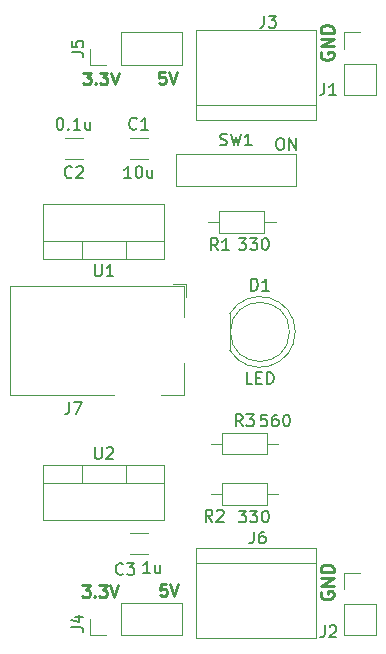
<source format=gto>
%TF.GenerationSoftware,KiCad,Pcbnew,9.0.1-9.0.1-0~ubuntu24.04.1*%
%TF.CreationDate,2025-04-24T02:26:26+05:30*%
%TF.ProjectId,Bread-Board-Power-Supply,42726561-642d-4426-9f61-72642d506f77,rev?*%
%TF.SameCoordinates,Original*%
%TF.FileFunction,Legend,Top*%
%TF.FilePolarity,Positive*%
%FSLAX46Y46*%
G04 Gerber Fmt 4.6, Leading zero omitted, Abs format (unit mm)*
G04 Created by KiCad (PCBNEW 9.0.1-9.0.1-0~ubuntu24.04.1) date 2025-04-24 02:26:26*
%MOMM*%
%LPD*%
G01*
G04 APERTURE LIST*
%ADD10C,0.200000*%
%ADD11C,0.275000*%
%ADD12C,0.250000*%
%ADD13C,0.150000*%
%ADD14C,0.120000*%
G04 APERTURE END LIST*
D10*
X77150149Y-78577219D02*
X77340625Y-78577219D01*
X77340625Y-78577219D02*
X77435863Y-78624838D01*
X77435863Y-78624838D02*
X77531101Y-78720076D01*
X77531101Y-78720076D02*
X77578720Y-78910552D01*
X77578720Y-78910552D02*
X77578720Y-79243885D01*
X77578720Y-79243885D02*
X77531101Y-79434361D01*
X77531101Y-79434361D02*
X77435863Y-79529600D01*
X77435863Y-79529600D02*
X77340625Y-79577219D01*
X77340625Y-79577219D02*
X77150149Y-79577219D01*
X77150149Y-79577219D02*
X77054911Y-79529600D01*
X77054911Y-79529600D02*
X76959673Y-79434361D01*
X76959673Y-79434361D02*
X76912054Y-79243885D01*
X76912054Y-79243885D02*
X76912054Y-78910552D01*
X76912054Y-78910552D02*
X76959673Y-78720076D01*
X76959673Y-78720076D02*
X77054911Y-78624838D01*
X77054911Y-78624838D02*
X77150149Y-78577219D01*
X78007292Y-79577219D02*
X78007292Y-78577219D01*
X78007292Y-78577219D02*
X78578720Y-79577219D01*
X78578720Y-79577219D02*
X78578720Y-78577219D01*
D11*
X80703461Y-117000983D02*
X80651080Y-117105745D01*
X80651080Y-117105745D02*
X80651080Y-117262888D01*
X80651080Y-117262888D02*
X80703461Y-117420031D01*
X80703461Y-117420031D02*
X80808223Y-117524793D01*
X80808223Y-117524793D02*
X80912985Y-117577174D01*
X80912985Y-117577174D02*
X81122509Y-117629555D01*
X81122509Y-117629555D02*
X81279652Y-117629555D01*
X81279652Y-117629555D02*
X81489176Y-117577174D01*
X81489176Y-117577174D02*
X81593938Y-117524793D01*
X81593938Y-117524793D02*
X81698700Y-117420031D01*
X81698700Y-117420031D02*
X81751080Y-117262888D01*
X81751080Y-117262888D02*
X81751080Y-117158126D01*
X81751080Y-117158126D02*
X81698700Y-117000983D01*
X81698700Y-117000983D02*
X81646319Y-116948602D01*
X81646319Y-116948602D02*
X81279652Y-116948602D01*
X81279652Y-116948602D02*
X81279652Y-117158126D01*
X81751080Y-116477174D02*
X80651080Y-116477174D01*
X80651080Y-116477174D02*
X81751080Y-115848602D01*
X81751080Y-115848602D02*
X80651080Y-115848602D01*
X81751080Y-115324793D02*
X80651080Y-115324793D01*
X80651080Y-115324793D02*
X80651080Y-115062888D01*
X80651080Y-115062888D02*
X80703461Y-114905745D01*
X80703461Y-114905745D02*
X80808223Y-114800983D01*
X80808223Y-114800983D02*
X80912985Y-114748602D01*
X80912985Y-114748602D02*
X81122509Y-114696221D01*
X81122509Y-114696221D02*
X81279652Y-114696221D01*
X81279652Y-114696221D02*
X81489176Y-114748602D01*
X81489176Y-114748602D02*
X81593938Y-114800983D01*
X81593938Y-114800983D02*
X81698700Y-114905745D01*
X81698700Y-114905745D02*
X81751080Y-115062888D01*
X81751080Y-115062888D02*
X81751080Y-115324793D01*
X80703461Y-71330983D02*
X80651080Y-71435745D01*
X80651080Y-71435745D02*
X80651080Y-71592888D01*
X80651080Y-71592888D02*
X80703461Y-71750031D01*
X80703461Y-71750031D02*
X80808223Y-71854793D01*
X80808223Y-71854793D02*
X80912985Y-71907174D01*
X80912985Y-71907174D02*
X81122509Y-71959555D01*
X81122509Y-71959555D02*
X81279652Y-71959555D01*
X81279652Y-71959555D02*
X81489176Y-71907174D01*
X81489176Y-71907174D02*
X81593938Y-71854793D01*
X81593938Y-71854793D02*
X81698700Y-71750031D01*
X81698700Y-71750031D02*
X81751080Y-71592888D01*
X81751080Y-71592888D02*
X81751080Y-71488126D01*
X81751080Y-71488126D02*
X81698700Y-71330983D01*
X81698700Y-71330983D02*
X81646319Y-71278602D01*
X81646319Y-71278602D02*
X81279652Y-71278602D01*
X81279652Y-71278602D02*
X81279652Y-71488126D01*
X81751080Y-70807174D02*
X80651080Y-70807174D01*
X80651080Y-70807174D02*
X81751080Y-70178602D01*
X81751080Y-70178602D02*
X80651080Y-70178602D01*
X81751080Y-69654793D02*
X80651080Y-69654793D01*
X80651080Y-69654793D02*
X80651080Y-69392888D01*
X80651080Y-69392888D02*
X80703461Y-69235745D01*
X80703461Y-69235745D02*
X80808223Y-69130983D01*
X80808223Y-69130983D02*
X80912985Y-69078602D01*
X80912985Y-69078602D02*
X81122509Y-69026221D01*
X81122509Y-69026221D02*
X81279652Y-69026221D01*
X81279652Y-69026221D02*
X81489176Y-69078602D01*
X81489176Y-69078602D02*
X81593938Y-69130983D01*
X81593938Y-69130983D02*
X81698700Y-69235745D01*
X81698700Y-69235745D02*
X81751080Y-69392888D01*
X81751080Y-69392888D02*
X81751080Y-69654793D01*
D12*
X67488758Y-72984619D02*
X67012568Y-72984619D01*
X67012568Y-72984619D02*
X66964949Y-73460809D01*
X66964949Y-73460809D02*
X67012568Y-73413190D01*
X67012568Y-73413190D02*
X67107806Y-73365571D01*
X67107806Y-73365571D02*
X67345901Y-73365571D01*
X67345901Y-73365571D02*
X67441139Y-73413190D01*
X67441139Y-73413190D02*
X67488758Y-73460809D01*
X67488758Y-73460809D02*
X67536377Y-73556047D01*
X67536377Y-73556047D02*
X67536377Y-73794142D01*
X67536377Y-73794142D02*
X67488758Y-73889380D01*
X67488758Y-73889380D02*
X67441139Y-73937000D01*
X67441139Y-73937000D02*
X67345901Y-73984619D01*
X67345901Y-73984619D02*
X67107806Y-73984619D01*
X67107806Y-73984619D02*
X67012568Y-73937000D01*
X67012568Y-73937000D02*
X66964949Y-73889380D01*
X67822092Y-72984619D02*
X68155425Y-73984619D01*
X68155425Y-73984619D02*
X68488758Y-72984619D01*
X67588758Y-116354619D02*
X67112568Y-116354619D01*
X67112568Y-116354619D02*
X67064949Y-116830809D01*
X67064949Y-116830809D02*
X67112568Y-116783190D01*
X67112568Y-116783190D02*
X67207806Y-116735571D01*
X67207806Y-116735571D02*
X67445901Y-116735571D01*
X67445901Y-116735571D02*
X67541139Y-116783190D01*
X67541139Y-116783190D02*
X67588758Y-116830809D01*
X67588758Y-116830809D02*
X67636377Y-116926047D01*
X67636377Y-116926047D02*
X67636377Y-117164142D01*
X67636377Y-117164142D02*
X67588758Y-117259380D01*
X67588758Y-117259380D02*
X67541139Y-117307000D01*
X67541139Y-117307000D02*
X67445901Y-117354619D01*
X67445901Y-117354619D02*
X67207806Y-117354619D01*
X67207806Y-117354619D02*
X67112568Y-117307000D01*
X67112568Y-117307000D02*
X67064949Y-117259380D01*
X67922092Y-116354619D02*
X68255425Y-117354619D01*
X68255425Y-117354619D02*
X68588758Y-116354619D01*
X60487330Y-116454619D02*
X61106377Y-116454619D01*
X61106377Y-116454619D02*
X60773044Y-116835571D01*
X60773044Y-116835571D02*
X60915901Y-116835571D01*
X60915901Y-116835571D02*
X61011139Y-116883190D01*
X61011139Y-116883190D02*
X61058758Y-116930809D01*
X61058758Y-116930809D02*
X61106377Y-117026047D01*
X61106377Y-117026047D02*
X61106377Y-117264142D01*
X61106377Y-117264142D02*
X61058758Y-117359380D01*
X61058758Y-117359380D02*
X61011139Y-117407000D01*
X61011139Y-117407000D02*
X60915901Y-117454619D01*
X60915901Y-117454619D02*
X60630187Y-117454619D01*
X60630187Y-117454619D02*
X60534949Y-117407000D01*
X60534949Y-117407000D02*
X60487330Y-117359380D01*
X61534949Y-117359380D02*
X61582568Y-117407000D01*
X61582568Y-117407000D02*
X61534949Y-117454619D01*
X61534949Y-117454619D02*
X61487330Y-117407000D01*
X61487330Y-117407000D02*
X61534949Y-117359380D01*
X61534949Y-117359380D02*
X61534949Y-117454619D01*
X61915901Y-116454619D02*
X62534948Y-116454619D01*
X62534948Y-116454619D02*
X62201615Y-116835571D01*
X62201615Y-116835571D02*
X62344472Y-116835571D01*
X62344472Y-116835571D02*
X62439710Y-116883190D01*
X62439710Y-116883190D02*
X62487329Y-116930809D01*
X62487329Y-116930809D02*
X62534948Y-117026047D01*
X62534948Y-117026047D02*
X62534948Y-117264142D01*
X62534948Y-117264142D02*
X62487329Y-117359380D01*
X62487329Y-117359380D02*
X62439710Y-117407000D01*
X62439710Y-117407000D02*
X62344472Y-117454619D01*
X62344472Y-117454619D02*
X62058758Y-117454619D01*
X62058758Y-117454619D02*
X61963520Y-117407000D01*
X61963520Y-117407000D02*
X61915901Y-117359380D01*
X62820663Y-116454619D02*
X63153996Y-117454619D01*
X63153996Y-117454619D02*
X63487329Y-116454619D01*
X60557330Y-73034619D02*
X61176377Y-73034619D01*
X61176377Y-73034619D02*
X60843044Y-73415571D01*
X60843044Y-73415571D02*
X60985901Y-73415571D01*
X60985901Y-73415571D02*
X61081139Y-73463190D01*
X61081139Y-73463190D02*
X61128758Y-73510809D01*
X61128758Y-73510809D02*
X61176377Y-73606047D01*
X61176377Y-73606047D02*
X61176377Y-73844142D01*
X61176377Y-73844142D02*
X61128758Y-73939380D01*
X61128758Y-73939380D02*
X61081139Y-73987000D01*
X61081139Y-73987000D02*
X60985901Y-74034619D01*
X60985901Y-74034619D02*
X60700187Y-74034619D01*
X60700187Y-74034619D02*
X60604949Y-73987000D01*
X60604949Y-73987000D02*
X60557330Y-73939380D01*
X61604949Y-73939380D02*
X61652568Y-73987000D01*
X61652568Y-73987000D02*
X61604949Y-74034619D01*
X61604949Y-74034619D02*
X61557330Y-73987000D01*
X61557330Y-73987000D02*
X61604949Y-73939380D01*
X61604949Y-73939380D02*
X61604949Y-74034619D01*
X61985901Y-73034619D02*
X62604948Y-73034619D01*
X62604948Y-73034619D02*
X62271615Y-73415571D01*
X62271615Y-73415571D02*
X62414472Y-73415571D01*
X62414472Y-73415571D02*
X62509710Y-73463190D01*
X62509710Y-73463190D02*
X62557329Y-73510809D01*
X62557329Y-73510809D02*
X62604948Y-73606047D01*
X62604948Y-73606047D02*
X62604948Y-73844142D01*
X62604948Y-73844142D02*
X62557329Y-73939380D01*
X62557329Y-73939380D02*
X62509710Y-73987000D01*
X62509710Y-73987000D02*
X62414472Y-74034619D01*
X62414472Y-74034619D02*
X62128758Y-74034619D01*
X62128758Y-74034619D02*
X62033520Y-73987000D01*
X62033520Y-73987000D02*
X61985901Y-73939380D01*
X62890663Y-73034619D02*
X63223996Y-74034619D01*
X63223996Y-74034619D02*
X63557329Y-73034619D01*
D13*
X59564819Y-71333333D02*
X60279104Y-71333333D01*
X60279104Y-71333333D02*
X60421961Y-71380952D01*
X60421961Y-71380952D02*
X60517200Y-71476190D01*
X60517200Y-71476190D02*
X60564819Y-71619047D01*
X60564819Y-71619047D02*
X60564819Y-71714285D01*
X59564819Y-70380952D02*
X59564819Y-70857142D01*
X59564819Y-70857142D02*
X60041009Y-70904761D01*
X60041009Y-70904761D02*
X59993390Y-70857142D01*
X59993390Y-70857142D02*
X59945771Y-70761904D01*
X59945771Y-70761904D02*
X59945771Y-70523809D01*
X59945771Y-70523809D02*
X59993390Y-70428571D01*
X59993390Y-70428571D02*
X60041009Y-70380952D01*
X60041009Y-70380952D02*
X60136247Y-70333333D01*
X60136247Y-70333333D02*
X60374342Y-70333333D01*
X60374342Y-70333333D02*
X60469580Y-70380952D01*
X60469580Y-70380952D02*
X60517200Y-70428571D01*
X60517200Y-70428571D02*
X60564819Y-70523809D01*
X60564819Y-70523809D02*
X60564819Y-70761904D01*
X60564819Y-70761904D02*
X60517200Y-70857142D01*
X60517200Y-70857142D02*
X60469580Y-70904761D01*
X71953333Y-88074819D02*
X71620000Y-87598628D01*
X71381905Y-88074819D02*
X71381905Y-87074819D01*
X71381905Y-87074819D02*
X71762857Y-87074819D01*
X71762857Y-87074819D02*
X71858095Y-87122438D01*
X71858095Y-87122438D02*
X71905714Y-87170057D01*
X71905714Y-87170057D02*
X71953333Y-87265295D01*
X71953333Y-87265295D02*
X71953333Y-87408152D01*
X71953333Y-87408152D02*
X71905714Y-87503390D01*
X71905714Y-87503390D02*
X71858095Y-87551009D01*
X71858095Y-87551009D02*
X71762857Y-87598628D01*
X71762857Y-87598628D02*
X71381905Y-87598628D01*
X72905714Y-88074819D02*
X72334286Y-88074819D01*
X72620000Y-88074819D02*
X72620000Y-87074819D01*
X72620000Y-87074819D02*
X72524762Y-87217676D01*
X72524762Y-87217676D02*
X72429524Y-87312914D01*
X72429524Y-87312914D02*
X72334286Y-87360533D01*
X73724286Y-87054819D02*
X74343333Y-87054819D01*
X74343333Y-87054819D02*
X74010000Y-87435771D01*
X74010000Y-87435771D02*
X74152857Y-87435771D01*
X74152857Y-87435771D02*
X74248095Y-87483390D01*
X74248095Y-87483390D02*
X74295714Y-87531009D01*
X74295714Y-87531009D02*
X74343333Y-87626247D01*
X74343333Y-87626247D02*
X74343333Y-87864342D01*
X74343333Y-87864342D02*
X74295714Y-87959580D01*
X74295714Y-87959580D02*
X74248095Y-88007200D01*
X74248095Y-88007200D02*
X74152857Y-88054819D01*
X74152857Y-88054819D02*
X73867143Y-88054819D01*
X73867143Y-88054819D02*
X73771905Y-88007200D01*
X73771905Y-88007200D02*
X73724286Y-87959580D01*
X74676667Y-87054819D02*
X75295714Y-87054819D01*
X75295714Y-87054819D02*
X74962381Y-87435771D01*
X74962381Y-87435771D02*
X75105238Y-87435771D01*
X75105238Y-87435771D02*
X75200476Y-87483390D01*
X75200476Y-87483390D02*
X75248095Y-87531009D01*
X75248095Y-87531009D02*
X75295714Y-87626247D01*
X75295714Y-87626247D02*
X75295714Y-87864342D01*
X75295714Y-87864342D02*
X75248095Y-87959580D01*
X75248095Y-87959580D02*
X75200476Y-88007200D01*
X75200476Y-88007200D02*
X75105238Y-88054819D01*
X75105238Y-88054819D02*
X74819524Y-88054819D01*
X74819524Y-88054819D02*
X74724286Y-88007200D01*
X74724286Y-88007200D02*
X74676667Y-87959580D01*
X75914762Y-87054819D02*
X76010000Y-87054819D01*
X76010000Y-87054819D02*
X76105238Y-87102438D01*
X76105238Y-87102438D02*
X76152857Y-87150057D01*
X76152857Y-87150057D02*
X76200476Y-87245295D01*
X76200476Y-87245295D02*
X76248095Y-87435771D01*
X76248095Y-87435771D02*
X76248095Y-87673866D01*
X76248095Y-87673866D02*
X76200476Y-87864342D01*
X76200476Y-87864342D02*
X76152857Y-87959580D01*
X76152857Y-87959580D02*
X76105238Y-88007200D01*
X76105238Y-88007200D02*
X76010000Y-88054819D01*
X76010000Y-88054819D02*
X75914762Y-88054819D01*
X75914762Y-88054819D02*
X75819524Y-88007200D01*
X75819524Y-88007200D02*
X75771905Y-87959580D01*
X75771905Y-87959580D02*
X75724286Y-87864342D01*
X75724286Y-87864342D02*
X75676667Y-87673866D01*
X75676667Y-87673866D02*
X75676667Y-87435771D01*
X75676667Y-87435771D02*
X75724286Y-87245295D01*
X75724286Y-87245295D02*
X75771905Y-87150057D01*
X75771905Y-87150057D02*
X75819524Y-87102438D01*
X75819524Y-87102438D02*
X75914762Y-87054819D01*
X74996666Y-111894819D02*
X74996666Y-112609104D01*
X74996666Y-112609104D02*
X74949047Y-112751961D01*
X74949047Y-112751961D02*
X74853809Y-112847200D01*
X74853809Y-112847200D02*
X74710952Y-112894819D01*
X74710952Y-112894819D02*
X74615714Y-112894819D01*
X75901428Y-111894819D02*
X75710952Y-111894819D01*
X75710952Y-111894819D02*
X75615714Y-111942438D01*
X75615714Y-111942438D02*
X75568095Y-111990057D01*
X75568095Y-111990057D02*
X75472857Y-112132914D01*
X75472857Y-112132914D02*
X75425238Y-112323390D01*
X75425238Y-112323390D02*
X75425238Y-112704342D01*
X75425238Y-112704342D02*
X75472857Y-112799580D01*
X75472857Y-112799580D02*
X75520476Y-112847200D01*
X75520476Y-112847200D02*
X75615714Y-112894819D01*
X75615714Y-112894819D02*
X75806190Y-112894819D01*
X75806190Y-112894819D02*
X75901428Y-112847200D01*
X75901428Y-112847200D02*
X75949047Y-112799580D01*
X75949047Y-112799580D02*
X75996666Y-112704342D01*
X75996666Y-112704342D02*
X75996666Y-112466247D01*
X75996666Y-112466247D02*
X75949047Y-112371009D01*
X75949047Y-112371009D02*
X75901428Y-112323390D01*
X75901428Y-112323390D02*
X75806190Y-112275771D01*
X75806190Y-112275771D02*
X75615714Y-112275771D01*
X75615714Y-112275771D02*
X75520476Y-112323390D01*
X75520476Y-112323390D02*
X75472857Y-112371009D01*
X75472857Y-112371009D02*
X75425238Y-112466247D01*
X75866666Y-68224819D02*
X75866666Y-68939104D01*
X75866666Y-68939104D02*
X75819047Y-69081961D01*
X75819047Y-69081961D02*
X75723809Y-69177200D01*
X75723809Y-69177200D02*
X75580952Y-69224819D01*
X75580952Y-69224819D02*
X75485714Y-69224819D01*
X76247619Y-68224819D02*
X76866666Y-68224819D01*
X76866666Y-68224819D02*
X76533333Y-68605771D01*
X76533333Y-68605771D02*
X76676190Y-68605771D01*
X76676190Y-68605771D02*
X76771428Y-68653390D01*
X76771428Y-68653390D02*
X76819047Y-68701009D01*
X76819047Y-68701009D02*
X76866666Y-68796247D01*
X76866666Y-68796247D02*
X76866666Y-69034342D01*
X76866666Y-69034342D02*
X76819047Y-69129580D01*
X76819047Y-69129580D02*
X76771428Y-69177200D01*
X76771428Y-69177200D02*
X76676190Y-69224819D01*
X76676190Y-69224819D02*
X76390476Y-69224819D01*
X76390476Y-69224819D02*
X76295238Y-69177200D01*
X76295238Y-69177200D02*
X76247619Y-69129580D01*
X59554819Y-120013333D02*
X60269104Y-120013333D01*
X60269104Y-120013333D02*
X60411961Y-120060952D01*
X60411961Y-120060952D02*
X60507200Y-120156190D01*
X60507200Y-120156190D02*
X60554819Y-120299047D01*
X60554819Y-120299047D02*
X60554819Y-120394285D01*
X59888152Y-119108571D02*
X60554819Y-119108571D01*
X59507200Y-119346666D02*
X60221485Y-119584761D01*
X60221485Y-119584761D02*
X60221485Y-118965714D01*
X74781905Y-91484819D02*
X74781905Y-90484819D01*
X74781905Y-90484819D02*
X75020000Y-90484819D01*
X75020000Y-90484819D02*
X75162857Y-90532438D01*
X75162857Y-90532438D02*
X75258095Y-90627676D01*
X75258095Y-90627676D02*
X75305714Y-90722914D01*
X75305714Y-90722914D02*
X75353333Y-90913390D01*
X75353333Y-90913390D02*
X75353333Y-91056247D01*
X75353333Y-91056247D02*
X75305714Y-91246723D01*
X75305714Y-91246723D02*
X75258095Y-91341961D01*
X75258095Y-91341961D02*
X75162857Y-91437200D01*
X75162857Y-91437200D02*
X75020000Y-91484819D01*
X75020000Y-91484819D02*
X74781905Y-91484819D01*
X76305714Y-91484819D02*
X75734286Y-91484819D01*
X76020000Y-91484819D02*
X76020000Y-90484819D01*
X76020000Y-90484819D02*
X75924762Y-90627676D01*
X75924762Y-90627676D02*
X75829524Y-90722914D01*
X75829524Y-90722914D02*
X75734286Y-90770533D01*
X74877142Y-99404819D02*
X74400952Y-99404819D01*
X74400952Y-99404819D02*
X74400952Y-98404819D01*
X75210476Y-98881009D02*
X75543809Y-98881009D01*
X75686666Y-99404819D02*
X75210476Y-99404819D01*
X75210476Y-99404819D02*
X75210476Y-98404819D01*
X75210476Y-98404819D02*
X75686666Y-98404819D01*
X76115238Y-99404819D02*
X76115238Y-98404819D01*
X76115238Y-98404819D02*
X76353333Y-98404819D01*
X76353333Y-98404819D02*
X76496190Y-98452438D01*
X76496190Y-98452438D02*
X76591428Y-98547676D01*
X76591428Y-98547676D02*
X76639047Y-98642914D01*
X76639047Y-98642914D02*
X76686666Y-98833390D01*
X76686666Y-98833390D02*
X76686666Y-98976247D01*
X76686666Y-98976247D02*
X76639047Y-99166723D01*
X76639047Y-99166723D02*
X76591428Y-99261961D01*
X76591428Y-99261961D02*
X76496190Y-99357200D01*
X76496190Y-99357200D02*
X76353333Y-99404819D01*
X76353333Y-99404819D02*
X76115238Y-99404819D01*
X72156667Y-79147200D02*
X72299524Y-79194819D01*
X72299524Y-79194819D02*
X72537619Y-79194819D01*
X72537619Y-79194819D02*
X72632857Y-79147200D01*
X72632857Y-79147200D02*
X72680476Y-79099580D01*
X72680476Y-79099580D02*
X72728095Y-79004342D01*
X72728095Y-79004342D02*
X72728095Y-78909104D01*
X72728095Y-78909104D02*
X72680476Y-78813866D01*
X72680476Y-78813866D02*
X72632857Y-78766247D01*
X72632857Y-78766247D02*
X72537619Y-78718628D01*
X72537619Y-78718628D02*
X72347143Y-78671009D01*
X72347143Y-78671009D02*
X72251905Y-78623390D01*
X72251905Y-78623390D02*
X72204286Y-78575771D01*
X72204286Y-78575771D02*
X72156667Y-78480533D01*
X72156667Y-78480533D02*
X72156667Y-78385295D01*
X72156667Y-78385295D02*
X72204286Y-78290057D01*
X72204286Y-78290057D02*
X72251905Y-78242438D01*
X72251905Y-78242438D02*
X72347143Y-78194819D01*
X72347143Y-78194819D02*
X72585238Y-78194819D01*
X72585238Y-78194819D02*
X72728095Y-78242438D01*
X73061429Y-78194819D02*
X73299524Y-79194819D01*
X73299524Y-79194819D02*
X73490000Y-78480533D01*
X73490000Y-78480533D02*
X73680476Y-79194819D01*
X73680476Y-79194819D02*
X73918572Y-78194819D01*
X74823333Y-79194819D02*
X74251905Y-79194819D01*
X74537619Y-79194819D02*
X74537619Y-78194819D01*
X74537619Y-78194819D02*
X74442381Y-78337676D01*
X74442381Y-78337676D02*
X74347143Y-78432914D01*
X74347143Y-78432914D02*
X74251905Y-78480533D01*
X65083333Y-77764580D02*
X65035714Y-77812200D01*
X65035714Y-77812200D02*
X64892857Y-77859819D01*
X64892857Y-77859819D02*
X64797619Y-77859819D01*
X64797619Y-77859819D02*
X64654762Y-77812200D01*
X64654762Y-77812200D02*
X64559524Y-77716961D01*
X64559524Y-77716961D02*
X64511905Y-77621723D01*
X64511905Y-77621723D02*
X64464286Y-77431247D01*
X64464286Y-77431247D02*
X64464286Y-77288390D01*
X64464286Y-77288390D02*
X64511905Y-77097914D01*
X64511905Y-77097914D02*
X64559524Y-77002676D01*
X64559524Y-77002676D02*
X64654762Y-76907438D01*
X64654762Y-76907438D02*
X64797619Y-76859819D01*
X64797619Y-76859819D02*
X64892857Y-76859819D01*
X64892857Y-76859819D02*
X65035714Y-76907438D01*
X65035714Y-76907438D02*
X65083333Y-76955057D01*
X66035714Y-77859819D02*
X65464286Y-77859819D01*
X65750000Y-77859819D02*
X65750000Y-76859819D01*
X65750000Y-76859819D02*
X65654762Y-77002676D01*
X65654762Y-77002676D02*
X65559524Y-77097914D01*
X65559524Y-77097914D02*
X65464286Y-77145533D01*
X64607142Y-81959819D02*
X64035714Y-81959819D01*
X64321428Y-81959819D02*
X64321428Y-80959819D01*
X64321428Y-80959819D02*
X64226190Y-81102676D01*
X64226190Y-81102676D02*
X64130952Y-81197914D01*
X64130952Y-81197914D02*
X64035714Y-81245533D01*
X65226190Y-80959819D02*
X65321428Y-80959819D01*
X65321428Y-80959819D02*
X65416666Y-81007438D01*
X65416666Y-81007438D02*
X65464285Y-81055057D01*
X65464285Y-81055057D02*
X65511904Y-81150295D01*
X65511904Y-81150295D02*
X65559523Y-81340771D01*
X65559523Y-81340771D02*
X65559523Y-81578866D01*
X65559523Y-81578866D02*
X65511904Y-81769342D01*
X65511904Y-81769342D02*
X65464285Y-81864580D01*
X65464285Y-81864580D02*
X65416666Y-81912200D01*
X65416666Y-81912200D02*
X65321428Y-81959819D01*
X65321428Y-81959819D02*
X65226190Y-81959819D01*
X65226190Y-81959819D02*
X65130952Y-81912200D01*
X65130952Y-81912200D02*
X65083333Y-81864580D01*
X65083333Y-81864580D02*
X65035714Y-81769342D01*
X65035714Y-81769342D02*
X64988095Y-81578866D01*
X64988095Y-81578866D02*
X64988095Y-81340771D01*
X64988095Y-81340771D02*
X65035714Y-81150295D01*
X65035714Y-81150295D02*
X65083333Y-81055057D01*
X65083333Y-81055057D02*
X65130952Y-81007438D01*
X65130952Y-81007438D02*
X65226190Y-80959819D01*
X66416666Y-81293152D02*
X66416666Y-81959819D01*
X65988095Y-81293152D02*
X65988095Y-81816961D01*
X65988095Y-81816961D02*
X66035714Y-81912200D01*
X66035714Y-81912200D02*
X66130952Y-81959819D01*
X66130952Y-81959819D02*
X66273809Y-81959819D01*
X66273809Y-81959819D02*
X66369047Y-81912200D01*
X66369047Y-81912200D02*
X66416666Y-81864580D01*
X74043333Y-102974819D02*
X73710000Y-102498628D01*
X73471905Y-102974819D02*
X73471905Y-101974819D01*
X73471905Y-101974819D02*
X73852857Y-101974819D01*
X73852857Y-101974819D02*
X73948095Y-102022438D01*
X73948095Y-102022438D02*
X73995714Y-102070057D01*
X73995714Y-102070057D02*
X74043333Y-102165295D01*
X74043333Y-102165295D02*
X74043333Y-102308152D01*
X74043333Y-102308152D02*
X73995714Y-102403390D01*
X73995714Y-102403390D02*
X73948095Y-102451009D01*
X73948095Y-102451009D02*
X73852857Y-102498628D01*
X73852857Y-102498628D02*
X73471905Y-102498628D01*
X74376667Y-101974819D02*
X74995714Y-101974819D01*
X74995714Y-101974819D02*
X74662381Y-102355771D01*
X74662381Y-102355771D02*
X74805238Y-102355771D01*
X74805238Y-102355771D02*
X74900476Y-102403390D01*
X74900476Y-102403390D02*
X74948095Y-102451009D01*
X74948095Y-102451009D02*
X74995714Y-102546247D01*
X74995714Y-102546247D02*
X74995714Y-102784342D01*
X74995714Y-102784342D02*
X74948095Y-102879580D01*
X74948095Y-102879580D02*
X74900476Y-102927200D01*
X74900476Y-102927200D02*
X74805238Y-102974819D01*
X74805238Y-102974819D02*
X74519524Y-102974819D01*
X74519524Y-102974819D02*
X74424286Y-102927200D01*
X74424286Y-102927200D02*
X74376667Y-102879580D01*
X76095714Y-101994819D02*
X75619524Y-101994819D01*
X75619524Y-101994819D02*
X75571905Y-102471009D01*
X75571905Y-102471009D02*
X75619524Y-102423390D01*
X75619524Y-102423390D02*
X75714762Y-102375771D01*
X75714762Y-102375771D02*
X75952857Y-102375771D01*
X75952857Y-102375771D02*
X76048095Y-102423390D01*
X76048095Y-102423390D02*
X76095714Y-102471009D01*
X76095714Y-102471009D02*
X76143333Y-102566247D01*
X76143333Y-102566247D02*
X76143333Y-102804342D01*
X76143333Y-102804342D02*
X76095714Y-102899580D01*
X76095714Y-102899580D02*
X76048095Y-102947200D01*
X76048095Y-102947200D02*
X75952857Y-102994819D01*
X75952857Y-102994819D02*
X75714762Y-102994819D01*
X75714762Y-102994819D02*
X75619524Y-102947200D01*
X75619524Y-102947200D02*
X75571905Y-102899580D01*
X77000476Y-101994819D02*
X76810000Y-101994819D01*
X76810000Y-101994819D02*
X76714762Y-102042438D01*
X76714762Y-102042438D02*
X76667143Y-102090057D01*
X76667143Y-102090057D02*
X76571905Y-102232914D01*
X76571905Y-102232914D02*
X76524286Y-102423390D01*
X76524286Y-102423390D02*
X76524286Y-102804342D01*
X76524286Y-102804342D02*
X76571905Y-102899580D01*
X76571905Y-102899580D02*
X76619524Y-102947200D01*
X76619524Y-102947200D02*
X76714762Y-102994819D01*
X76714762Y-102994819D02*
X76905238Y-102994819D01*
X76905238Y-102994819D02*
X77000476Y-102947200D01*
X77000476Y-102947200D02*
X77048095Y-102899580D01*
X77048095Y-102899580D02*
X77095714Y-102804342D01*
X77095714Y-102804342D02*
X77095714Y-102566247D01*
X77095714Y-102566247D02*
X77048095Y-102471009D01*
X77048095Y-102471009D02*
X77000476Y-102423390D01*
X77000476Y-102423390D02*
X76905238Y-102375771D01*
X76905238Y-102375771D02*
X76714762Y-102375771D01*
X76714762Y-102375771D02*
X76619524Y-102423390D01*
X76619524Y-102423390D02*
X76571905Y-102471009D01*
X76571905Y-102471009D02*
X76524286Y-102566247D01*
X77714762Y-101994819D02*
X77810000Y-101994819D01*
X77810000Y-101994819D02*
X77905238Y-102042438D01*
X77905238Y-102042438D02*
X77952857Y-102090057D01*
X77952857Y-102090057D02*
X78000476Y-102185295D01*
X78000476Y-102185295D02*
X78048095Y-102375771D01*
X78048095Y-102375771D02*
X78048095Y-102613866D01*
X78048095Y-102613866D02*
X78000476Y-102804342D01*
X78000476Y-102804342D02*
X77952857Y-102899580D01*
X77952857Y-102899580D02*
X77905238Y-102947200D01*
X77905238Y-102947200D02*
X77810000Y-102994819D01*
X77810000Y-102994819D02*
X77714762Y-102994819D01*
X77714762Y-102994819D02*
X77619524Y-102947200D01*
X77619524Y-102947200D02*
X77571905Y-102899580D01*
X77571905Y-102899580D02*
X77524286Y-102804342D01*
X77524286Y-102804342D02*
X77476667Y-102613866D01*
X77476667Y-102613866D02*
X77476667Y-102375771D01*
X77476667Y-102375771D02*
X77524286Y-102185295D01*
X77524286Y-102185295D02*
X77571905Y-102090057D01*
X77571905Y-102090057D02*
X77619524Y-102042438D01*
X77619524Y-102042438D02*
X77714762Y-101994819D01*
X59366666Y-100947319D02*
X59366666Y-101661604D01*
X59366666Y-101661604D02*
X59319047Y-101804461D01*
X59319047Y-101804461D02*
X59223809Y-101899700D01*
X59223809Y-101899700D02*
X59080952Y-101947319D01*
X59080952Y-101947319D02*
X58985714Y-101947319D01*
X59747619Y-100947319D02*
X60414285Y-100947319D01*
X60414285Y-100947319D02*
X59985714Y-101947319D01*
X61538095Y-104734819D02*
X61538095Y-105544342D01*
X61538095Y-105544342D02*
X61585714Y-105639580D01*
X61585714Y-105639580D02*
X61633333Y-105687200D01*
X61633333Y-105687200D02*
X61728571Y-105734819D01*
X61728571Y-105734819D02*
X61919047Y-105734819D01*
X61919047Y-105734819D02*
X62014285Y-105687200D01*
X62014285Y-105687200D02*
X62061904Y-105639580D01*
X62061904Y-105639580D02*
X62109523Y-105544342D01*
X62109523Y-105544342D02*
X62109523Y-104734819D01*
X62538095Y-104830057D02*
X62585714Y-104782438D01*
X62585714Y-104782438D02*
X62680952Y-104734819D01*
X62680952Y-104734819D02*
X62919047Y-104734819D01*
X62919047Y-104734819D02*
X63014285Y-104782438D01*
X63014285Y-104782438D02*
X63061904Y-104830057D01*
X63061904Y-104830057D02*
X63109523Y-104925295D01*
X63109523Y-104925295D02*
X63109523Y-105020533D01*
X63109523Y-105020533D02*
X63061904Y-105163390D01*
X63061904Y-105163390D02*
X62490476Y-105734819D01*
X62490476Y-105734819D02*
X63109523Y-105734819D01*
X61538095Y-89279819D02*
X61538095Y-90089342D01*
X61538095Y-90089342D02*
X61585714Y-90184580D01*
X61585714Y-90184580D02*
X61633333Y-90232200D01*
X61633333Y-90232200D02*
X61728571Y-90279819D01*
X61728571Y-90279819D02*
X61919047Y-90279819D01*
X61919047Y-90279819D02*
X62014285Y-90232200D01*
X62014285Y-90232200D02*
X62061904Y-90184580D01*
X62061904Y-90184580D02*
X62109523Y-90089342D01*
X62109523Y-90089342D02*
X62109523Y-89279819D01*
X63109523Y-90279819D02*
X62538095Y-90279819D01*
X62823809Y-90279819D02*
X62823809Y-89279819D01*
X62823809Y-89279819D02*
X62728571Y-89422676D01*
X62728571Y-89422676D02*
X62633333Y-89517914D01*
X62633333Y-89517914D02*
X62538095Y-89565533D01*
X63923333Y-115459580D02*
X63875714Y-115507200D01*
X63875714Y-115507200D02*
X63732857Y-115554819D01*
X63732857Y-115554819D02*
X63637619Y-115554819D01*
X63637619Y-115554819D02*
X63494762Y-115507200D01*
X63494762Y-115507200D02*
X63399524Y-115411961D01*
X63399524Y-115411961D02*
X63351905Y-115316723D01*
X63351905Y-115316723D02*
X63304286Y-115126247D01*
X63304286Y-115126247D02*
X63304286Y-114983390D01*
X63304286Y-114983390D02*
X63351905Y-114792914D01*
X63351905Y-114792914D02*
X63399524Y-114697676D01*
X63399524Y-114697676D02*
X63494762Y-114602438D01*
X63494762Y-114602438D02*
X63637619Y-114554819D01*
X63637619Y-114554819D02*
X63732857Y-114554819D01*
X63732857Y-114554819D02*
X63875714Y-114602438D01*
X63875714Y-114602438D02*
X63923333Y-114650057D01*
X64256667Y-114554819D02*
X64875714Y-114554819D01*
X64875714Y-114554819D02*
X64542381Y-114935771D01*
X64542381Y-114935771D02*
X64685238Y-114935771D01*
X64685238Y-114935771D02*
X64780476Y-114983390D01*
X64780476Y-114983390D02*
X64828095Y-115031009D01*
X64828095Y-115031009D02*
X64875714Y-115126247D01*
X64875714Y-115126247D02*
X64875714Y-115364342D01*
X64875714Y-115364342D02*
X64828095Y-115459580D01*
X64828095Y-115459580D02*
X64780476Y-115507200D01*
X64780476Y-115507200D02*
X64685238Y-115554819D01*
X64685238Y-115554819D02*
X64399524Y-115554819D01*
X64399524Y-115554819D02*
X64304286Y-115507200D01*
X64304286Y-115507200D02*
X64256667Y-115459580D01*
X66223333Y-115424819D02*
X65651905Y-115424819D01*
X65937619Y-115424819D02*
X65937619Y-114424819D01*
X65937619Y-114424819D02*
X65842381Y-114567676D01*
X65842381Y-114567676D02*
X65747143Y-114662914D01*
X65747143Y-114662914D02*
X65651905Y-114710533D01*
X67080476Y-114758152D02*
X67080476Y-115424819D01*
X66651905Y-114758152D02*
X66651905Y-115281961D01*
X66651905Y-115281961D02*
X66699524Y-115377200D01*
X66699524Y-115377200D02*
X66794762Y-115424819D01*
X66794762Y-115424819D02*
X66937619Y-115424819D01*
X66937619Y-115424819D02*
X67032857Y-115377200D01*
X67032857Y-115377200D02*
X67080476Y-115329580D01*
X59593333Y-81869580D02*
X59545714Y-81917200D01*
X59545714Y-81917200D02*
X59402857Y-81964819D01*
X59402857Y-81964819D02*
X59307619Y-81964819D01*
X59307619Y-81964819D02*
X59164762Y-81917200D01*
X59164762Y-81917200D02*
X59069524Y-81821961D01*
X59069524Y-81821961D02*
X59021905Y-81726723D01*
X59021905Y-81726723D02*
X58974286Y-81536247D01*
X58974286Y-81536247D02*
X58974286Y-81393390D01*
X58974286Y-81393390D02*
X59021905Y-81202914D01*
X59021905Y-81202914D02*
X59069524Y-81107676D01*
X59069524Y-81107676D02*
X59164762Y-81012438D01*
X59164762Y-81012438D02*
X59307619Y-80964819D01*
X59307619Y-80964819D02*
X59402857Y-80964819D01*
X59402857Y-80964819D02*
X59545714Y-81012438D01*
X59545714Y-81012438D02*
X59593333Y-81060057D01*
X59974286Y-81060057D02*
X60021905Y-81012438D01*
X60021905Y-81012438D02*
X60117143Y-80964819D01*
X60117143Y-80964819D02*
X60355238Y-80964819D01*
X60355238Y-80964819D02*
X60450476Y-81012438D01*
X60450476Y-81012438D02*
X60498095Y-81060057D01*
X60498095Y-81060057D02*
X60545714Y-81155295D01*
X60545714Y-81155295D02*
X60545714Y-81250533D01*
X60545714Y-81250533D02*
X60498095Y-81393390D01*
X60498095Y-81393390D02*
X59926667Y-81964819D01*
X59926667Y-81964819D02*
X60545714Y-81964819D01*
X58545714Y-76864819D02*
X58640952Y-76864819D01*
X58640952Y-76864819D02*
X58736190Y-76912438D01*
X58736190Y-76912438D02*
X58783809Y-76960057D01*
X58783809Y-76960057D02*
X58831428Y-77055295D01*
X58831428Y-77055295D02*
X58879047Y-77245771D01*
X58879047Y-77245771D02*
X58879047Y-77483866D01*
X58879047Y-77483866D02*
X58831428Y-77674342D01*
X58831428Y-77674342D02*
X58783809Y-77769580D01*
X58783809Y-77769580D02*
X58736190Y-77817200D01*
X58736190Y-77817200D02*
X58640952Y-77864819D01*
X58640952Y-77864819D02*
X58545714Y-77864819D01*
X58545714Y-77864819D02*
X58450476Y-77817200D01*
X58450476Y-77817200D02*
X58402857Y-77769580D01*
X58402857Y-77769580D02*
X58355238Y-77674342D01*
X58355238Y-77674342D02*
X58307619Y-77483866D01*
X58307619Y-77483866D02*
X58307619Y-77245771D01*
X58307619Y-77245771D02*
X58355238Y-77055295D01*
X58355238Y-77055295D02*
X58402857Y-76960057D01*
X58402857Y-76960057D02*
X58450476Y-76912438D01*
X58450476Y-76912438D02*
X58545714Y-76864819D01*
X59307619Y-77769580D02*
X59355238Y-77817200D01*
X59355238Y-77817200D02*
X59307619Y-77864819D01*
X59307619Y-77864819D02*
X59260000Y-77817200D01*
X59260000Y-77817200D02*
X59307619Y-77769580D01*
X59307619Y-77769580D02*
X59307619Y-77864819D01*
X60307618Y-77864819D02*
X59736190Y-77864819D01*
X60021904Y-77864819D02*
X60021904Y-76864819D01*
X60021904Y-76864819D02*
X59926666Y-77007676D01*
X59926666Y-77007676D02*
X59831428Y-77102914D01*
X59831428Y-77102914D02*
X59736190Y-77150533D01*
X61164761Y-77198152D02*
X61164761Y-77864819D01*
X60736190Y-77198152D02*
X60736190Y-77721961D01*
X60736190Y-77721961D02*
X60783809Y-77817200D01*
X60783809Y-77817200D02*
X60879047Y-77864819D01*
X60879047Y-77864819D02*
X61021904Y-77864819D01*
X61021904Y-77864819D02*
X61117142Y-77817200D01*
X61117142Y-77817200D02*
X61164761Y-77769580D01*
X71483333Y-111044819D02*
X71150000Y-110568628D01*
X70911905Y-111044819D02*
X70911905Y-110044819D01*
X70911905Y-110044819D02*
X71292857Y-110044819D01*
X71292857Y-110044819D02*
X71388095Y-110092438D01*
X71388095Y-110092438D02*
X71435714Y-110140057D01*
X71435714Y-110140057D02*
X71483333Y-110235295D01*
X71483333Y-110235295D02*
X71483333Y-110378152D01*
X71483333Y-110378152D02*
X71435714Y-110473390D01*
X71435714Y-110473390D02*
X71388095Y-110521009D01*
X71388095Y-110521009D02*
X71292857Y-110568628D01*
X71292857Y-110568628D02*
X70911905Y-110568628D01*
X71864286Y-110140057D02*
X71911905Y-110092438D01*
X71911905Y-110092438D02*
X72007143Y-110044819D01*
X72007143Y-110044819D02*
X72245238Y-110044819D01*
X72245238Y-110044819D02*
X72340476Y-110092438D01*
X72340476Y-110092438D02*
X72388095Y-110140057D01*
X72388095Y-110140057D02*
X72435714Y-110235295D01*
X72435714Y-110235295D02*
X72435714Y-110330533D01*
X72435714Y-110330533D02*
X72388095Y-110473390D01*
X72388095Y-110473390D02*
X71816667Y-111044819D01*
X71816667Y-111044819D02*
X72435714Y-111044819D01*
X73734286Y-110124819D02*
X74353333Y-110124819D01*
X74353333Y-110124819D02*
X74020000Y-110505771D01*
X74020000Y-110505771D02*
X74162857Y-110505771D01*
X74162857Y-110505771D02*
X74258095Y-110553390D01*
X74258095Y-110553390D02*
X74305714Y-110601009D01*
X74305714Y-110601009D02*
X74353333Y-110696247D01*
X74353333Y-110696247D02*
X74353333Y-110934342D01*
X74353333Y-110934342D02*
X74305714Y-111029580D01*
X74305714Y-111029580D02*
X74258095Y-111077200D01*
X74258095Y-111077200D02*
X74162857Y-111124819D01*
X74162857Y-111124819D02*
X73877143Y-111124819D01*
X73877143Y-111124819D02*
X73781905Y-111077200D01*
X73781905Y-111077200D02*
X73734286Y-111029580D01*
X74686667Y-110124819D02*
X75305714Y-110124819D01*
X75305714Y-110124819D02*
X74972381Y-110505771D01*
X74972381Y-110505771D02*
X75115238Y-110505771D01*
X75115238Y-110505771D02*
X75210476Y-110553390D01*
X75210476Y-110553390D02*
X75258095Y-110601009D01*
X75258095Y-110601009D02*
X75305714Y-110696247D01*
X75305714Y-110696247D02*
X75305714Y-110934342D01*
X75305714Y-110934342D02*
X75258095Y-111029580D01*
X75258095Y-111029580D02*
X75210476Y-111077200D01*
X75210476Y-111077200D02*
X75115238Y-111124819D01*
X75115238Y-111124819D02*
X74829524Y-111124819D01*
X74829524Y-111124819D02*
X74734286Y-111077200D01*
X74734286Y-111077200D02*
X74686667Y-111029580D01*
X75924762Y-110124819D02*
X76020000Y-110124819D01*
X76020000Y-110124819D02*
X76115238Y-110172438D01*
X76115238Y-110172438D02*
X76162857Y-110220057D01*
X76162857Y-110220057D02*
X76210476Y-110315295D01*
X76210476Y-110315295D02*
X76258095Y-110505771D01*
X76258095Y-110505771D02*
X76258095Y-110743866D01*
X76258095Y-110743866D02*
X76210476Y-110934342D01*
X76210476Y-110934342D02*
X76162857Y-111029580D01*
X76162857Y-111029580D02*
X76115238Y-111077200D01*
X76115238Y-111077200D02*
X76020000Y-111124819D01*
X76020000Y-111124819D02*
X75924762Y-111124819D01*
X75924762Y-111124819D02*
X75829524Y-111077200D01*
X75829524Y-111077200D02*
X75781905Y-111029580D01*
X75781905Y-111029580D02*
X75734286Y-110934342D01*
X75734286Y-110934342D02*
X75686667Y-110743866D01*
X75686667Y-110743866D02*
X75686667Y-110505771D01*
X75686667Y-110505771D02*
X75734286Y-110315295D01*
X75734286Y-110315295D02*
X75781905Y-110220057D01*
X75781905Y-110220057D02*
X75829524Y-110172438D01*
X75829524Y-110172438D02*
X75924762Y-110124819D01*
X80996666Y-119844819D02*
X80996666Y-120559104D01*
X80996666Y-120559104D02*
X80949047Y-120701961D01*
X80949047Y-120701961D02*
X80853809Y-120797200D01*
X80853809Y-120797200D02*
X80710952Y-120844819D01*
X80710952Y-120844819D02*
X80615714Y-120844819D01*
X81425238Y-119940057D02*
X81472857Y-119892438D01*
X81472857Y-119892438D02*
X81568095Y-119844819D01*
X81568095Y-119844819D02*
X81806190Y-119844819D01*
X81806190Y-119844819D02*
X81901428Y-119892438D01*
X81901428Y-119892438D02*
X81949047Y-119940057D01*
X81949047Y-119940057D02*
X81996666Y-120035295D01*
X81996666Y-120035295D02*
X81996666Y-120130533D01*
X81996666Y-120130533D02*
X81949047Y-120273390D01*
X81949047Y-120273390D02*
X81377619Y-120844819D01*
X81377619Y-120844819D02*
X81996666Y-120844819D01*
X80966666Y-73934819D02*
X80966666Y-74649104D01*
X80966666Y-74649104D02*
X80919047Y-74791961D01*
X80919047Y-74791961D02*
X80823809Y-74887200D01*
X80823809Y-74887200D02*
X80680952Y-74934819D01*
X80680952Y-74934819D02*
X80585714Y-74934819D01*
X81966666Y-74934819D02*
X81395238Y-74934819D01*
X81680952Y-74934819D02*
X81680952Y-73934819D01*
X81680952Y-73934819D02*
X81585714Y-74077676D01*
X81585714Y-74077676D02*
X81490476Y-74172914D01*
X81490476Y-74172914D02*
X81395238Y-74220533D01*
D14*
%TO.C,J5*%
X63760000Y-69620000D02*
X68950000Y-69620000D01*
X68950000Y-72380000D02*
X68950000Y-69620000D01*
X63760000Y-72380000D02*
X63760000Y-69620000D01*
X63760000Y-72380000D02*
X68950000Y-72380000D01*
X62490000Y-72380000D02*
X61110000Y-72380000D01*
X61110000Y-72380000D02*
X61110000Y-71000000D01*
%TO.C,R1*%
X76850000Y-85680000D02*
X75900000Y-85680000D01*
X75900000Y-86600000D02*
X75900000Y-84760000D01*
X75900000Y-84760000D02*
X72060000Y-84760000D01*
X72060000Y-86600000D02*
X75900000Y-86600000D01*
X72060000Y-84760000D02*
X72060000Y-86600000D01*
X71110000Y-85680000D02*
X72060000Y-85680000D01*
%TO.C,J6*%
X70080000Y-113260000D02*
X70080000Y-120880000D01*
X70080000Y-114530000D02*
X80240000Y-114530000D01*
X70080000Y-120880000D02*
X80240000Y-120880000D01*
X80240000Y-113260000D02*
X70080000Y-113260000D01*
X80240000Y-120880000D02*
X80240000Y-113260000D01*
%TO.C,J3*%
X70080000Y-69420000D02*
X70080000Y-77040000D01*
X70080000Y-77040000D02*
X80240000Y-77040000D01*
X80240000Y-69420000D02*
X70080000Y-69420000D01*
X80240000Y-75770000D02*
X70080000Y-75770000D01*
X80240000Y-77040000D02*
X80240000Y-69420000D01*
%TO.C,J4*%
X61110000Y-120680000D02*
X61110000Y-119300000D01*
X62490000Y-120680000D02*
X61110000Y-120680000D01*
X63760000Y-120680000D02*
X68950000Y-120680000D01*
X63760000Y-120680000D02*
X63760000Y-117920000D01*
X68950000Y-120680000D02*
X68950000Y-117920000D01*
X63760000Y-117920000D02*
X68950000Y-117920000D01*
%TO.C,D1*%
X78020000Y-94990000D02*
G75*
G02*
X73020000Y-94990000I-2500000J0D01*
G01*
X73020000Y-94990000D02*
G75*
G02*
X78020000Y-94990000I2500000J0D01*
G01*
X78510000Y-94990048D02*
G75*
G02*
X72960000Y-96534830I-2990000J48D01*
G01*
X72960000Y-93445170D02*
G75*
G02*
X78510000Y-94989952I2560000J-1544830D01*
G01*
X72960000Y-93445000D02*
X72960000Y-96535000D01*
%TO.C,SW1*%
X68380000Y-79920000D02*
X78600000Y-79920000D01*
X78600000Y-82640000D01*
X68380000Y-82640000D01*
X68380000Y-79920000D01*
%TO.C,C1*%
X64485000Y-80375000D02*
X66015000Y-80375000D01*
X64485000Y-78535000D02*
X66015000Y-78535000D01*
%TO.C,R3*%
X77080000Y-104440000D02*
X76130000Y-104440000D01*
X76130000Y-105360000D02*
X76130000Y-103520000D01*
X76130000Y-103520000D02*
X72290000Y-103520000D01*
X72290000Y-105360000D02*
X76130000Y-105360000D01*
X72290000Y-103520000D02*
X72290000Y-105360000D01*
X71340000Y-104440000D02*
X72290000Y-104440000D01*
%TO.C,J7*%
X69250000Y-91992500D02*
X69250000Y-90942500D01*
X69050000Y-100342500D02*
X67150000Y-100342500D01*
X69050000Y-97642500D02*
X69050000Y-100342500D01*
X69050000Y-91142500D02*
X69050000Y-93742500D01*
X68200000Y-90942500D02*
X69250000Y-90942500D01*
X63150000Y-100342500D02*
X54350000Y-100342500D01*
X54350000Y-100342500D02*
X54350000Y-91142500D01*
X54350000Y-91142500D02*
X69050000Y-91142500D01*
%TO.C,U2*%
X67420000Y-106280000D02*
X67420000Y-110921000D01*
X64151000Y-106280000D02*
X64151000Y-107790000D01*
X60450000Y-106280000D02*
X60450000Y-107790000D01*
X57180000Y-110921000D02*
X67420000Y-110921000D01*
X57180000Y-107790000D02*
X67420000Y-107790000D01*
X57180000Y-106280000D02*
X67420000Y-106280000D01*
X57180000Y-106280000D02*
X57180000Y-110921000D01*
%TO.C,U1*%
X57180000Y-88825000D02*
X57180000Y-84184000D01*
X60449000Y-88825000D02*
X60449000Y-87315000D01*
X64150000Y-88825000D02*
X64150000Y-87315000D01*
X67420000Y-84184000D02*
X57180000Y-84184000D01*
X67420000Y-87315000D02*
X57180000Y-87315000D01*
X67420000Y-88825000D02*
X57180000Y-88825000D01*
X67420000Y-88825000D02*
X67420000Y-84184000D01*
%TO.C,C3*%
X64485000Y-113820000D02*
X66015000Y-113820000D01*
X64485000Y-111980000D02*
X66015000Y-111980000D01*
%TO.C,C2*%
X60525000Y-78540000D02*
X58995000Y-78540000D01*
X60525000Y-80380000D02*
X58995000Y-80380000D01*
%TO.C,R2*%
X77080000Y-108690000D02*
X76130000Y-108690000D01*
X76130000Y-109610000D02*
X76130000Y-107770000D01*
X76130000Y-107770000D02*
X72290000Y-107770000D01*
X72290000Y-109610000D02*
X76130000Y-109610000D01*
X72290000Y-107770000D02*
X72290000Y-109610000D01*
X71340000Y-108690000D02*
X72290000Y-108690000D01*
%TO.C,J2*%
X82620000Y-115370000D02*
X84000000Y-115370000D01*
X82620000Y-116750000D02*
X82620000Y-115370000D01*
X82620000Y-118020000D02*
X82620000Y-120670000D01*
X82620000Y-118020000D02*
X85380000Y-118020000D01*
X82620000Y-120670000D02*
X85380000Y-120670000D01*
X85380000Y-118020000D02*
X85380000Y-120670000D01*
%TO.C,J1*%
X82620000Y-69620000D02*
X84000000Y-69620000D01*
X82620000Y-71000000D02*
X82620000Y-69620000D01*
X82620000Y-72270000D02*
X82620000Y-74920000D01*
X82620000Y-72270000D02*
X85380000Y-72270000D01*
X82620000Y-74920000D02*
X85380000Y-74920000D01*
X85380000Y-72270000D02*
X85380000Y-74920000D01*
%TD*%
M02*

</source>
